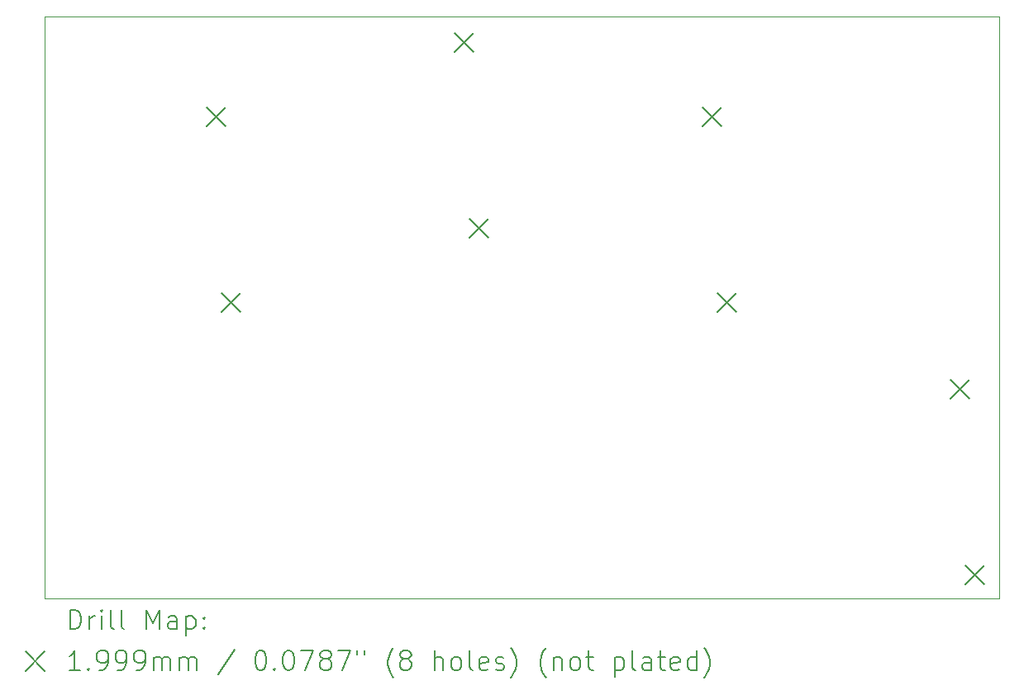
<source format=gbr>
%FSLAX45Y45*%
G04 Gerber Fmt 4.5, Leading zero omitted, Abs format (unit mm)*
G04 Created by KiCad (PCBNEW (6.0.4)) date 2022-04-03 16:10:39*
%MOMM*%
%LPD*%
G01*
G04 APERTURE LIST*
%TA.AperFunction,Profile*%
%ADD10C,0.025400*%
%TD*%
%ADD11C,0.200000*%
%ADD12C,0.199898*%
G04 APERTURE END LIST*
D10*
X2540000Y-2540000D02*
X12319000Y-2540000D01*
X12319000Y-2540000D02*
X12319000Y-8509000D01*
X12319000Y-8509000D02*
X2540000Y-8509000D01*
X2540000Y-8509000D02*
X2540000Y-2540000D01*
D11*
D12*
X4193413Y-3466211D02*
X4393311Y-3666109D01*
X4393311Y-3466211D02*
X4193413Y-3666109D01*
X4345051Y-5370449D02*
X4544949Y-5570347D01*
X4544949Y-5370449D02*
X4345051Y-5570347D01*
X6733413Y-2704211D02*
X6933311Y-2904109D01*
X6933311Y-2704211D02*
X6733413Y-2904109D01*
X6885051Y-4608449D02*
X7084949Y-4808347D01*
X7084949Y-4608449D02*
X6885051Y-4808347D01*
X9273413Y-3466211D02*
X9473311Y-3666109D01*
X9473311Y-3466211D02*
X9273413Y-3666109D01*
X9425051Y-5370449D02*
X9624949Y-5570347D01*
X9624949Y-5370449D02*
X9425051Y-5570347D01*
X11813413Y-6260211D02*
X12013311Y-6460109D01*
X12013311Y-6260211D02*
X11813413Y-6460109D01*
X11965051Y-8164449D02*
X12164949Y-8364347D01*
X12164949Y-8164449D02*
X11965051Y-8364347D01*
D11*
X2796349Y-8820746D02*
X2796349Y-8620746D01*
X2843968Y-8620746D01*
X2872539Y-8630270D01*
X2891587Y-8649318D01*
X2901111Y-8668365D01*
X2910635Y-8706460D01*
X2910635Y-8735032D01*
X2901111Y-8773127D01*
X2891587Y-8792175D01*
X2872539Y-8811222D01*
X2843968Y-8820746D01*
X2796349Y-8820746D01*
X2996349Y-8820746D02*
X2996349Y-8687413D01*
X2996349Y-8725508D02*
X3005873Y-8706460D01*
X3015397Y-8696937D01*
X3034444Y-8687413D01*
X3053492Y-8687413D01*
X3120158Y-8820746D02*
X3120158Y-8687413D01*
X3120158Y-8620746D02*
X3110635Y-8630270D01*
X3120158Y-8639794D01*
X3129682Y-8630270D01*
X3120158Y-8620746D01*
X3120158Y-8639794D01*
X3243968Y-8820746D02*
X3224920Y-8811222D01*
X3215397Y-8792175D01*
X3215397Y-8620746D01*
X3348730Y-8820746D02*
X3329682Y-8811222D01*
X3320158Y-8792175D01*
X3320158Y-8620746D01*
X3577301Y-8820746D02*
X3577301Y-8620746D01*
X3643968Y-8763603D01*
X3710635Y-8620746D01*
X3710635Y-8820746D01*
X3891587Y-8820746D02*
X3891587Y-8715984D01*
X3882063Y-8696937D01*
X3863016Y-8687413D01*
X3824920Y-8687413D01*
X3805873Y-8696937D01*
X3891587Y-8811222D02*
X3872539Y-8820746D01*
X3824920Y-8820746D01*
X3805873Y-8811222D01*
X3796349Y-8792175D01*
X3796349Y-8773127D01*
X3805873Y-8754080D01*
X3824920Y-8744556D01*
X3872539Y-8744556D01*
X3891587Y-8735032D01*
X3986825Y-8687413D02*
X3986825Y-8887413D01*
X3986825Y-8696937D02*
X4005873Y-8687413D01*
X4043968Y-8687413D01*
X4063016Y-8696937D01*
X4072539Y-8706460D01*
X4082063Y-8725508D01*
X4082063Y-8782651D01*
X4072539Y-8801699D01*
X4063016Y-8811222D01*
X4043968Y-8820746D01*
X4005873Y-8820746D01*
X3986825Y-8811222D01*
X4167778Y-8801699D02*
X4177301Y-8811222D01*
X4167778Y-8820746D01*
X4158254Y-8811222D01*
X4167778Y-8801699D01*
X4167778Y-8820746D01*
X4167778Y-8696937D02*
X4177301Y-8706460D01*
X4167778Y-8715984D01*
X4158254Y-8706460D01*
X4167778Y-8696937D01*
X4167778Y-8715984D01*
D12*
X2338832Y-9050321D02*
X2538730Y-9250219D01*
X2538730Y-9050321D02*
X2338832Y-9250219D01*
D11*
X2901111Y-9240746D02*
X2786825Y-9240746D01*
X2843968Y-9240746D02*
X2843968Y-9040746D01*
X2824920Y-9069318D01*
X2805873Y-9088365D01*
X2786825Y-9097889D01*
X2986825Y-9221699D02*
X2996349Y-9231222D01*
X2986825Y-9240746D01*
X2977301Y-9231222D01*
X2986825Y-9221699D01*
X2986825Y-9240746D01*
X3091587Y-9240746D02*
X3129682Y-9240746D01*
X3148730Y-9231222D01*
X3158254Y-9221699D01*
X3177301Y-9193127D01*
X3186825Y-9155032D01*
X3186825Y-9078841D01*
X3177301Y-9059794D01*
X3167778Y-9050270D01*
X3148730Y-9040746D01*
X3110635Y-9040746D01*
X3091587Y-9050270D01*
X3082063Y-9059794D01*
X3072539Y-9078841D01*
X3072539Y-9126460D01*
X3082063Y-9145508D01*
X3091587Y-9155032D01*
X3110635Y-9164556D01*
X3148730Y-9164556D01*
X3167778Y-9155032D01*
X3177301Y-9145508D01*
X3186825Y-9126460D01*
X3282063Y-9240746D02*
X3320158Y-9240746D01*
X3339206Y-9231222D01*
X3348730Y-9221699D01*
X3367778Y-9193127D01*
X3377301Y-9155032D01*
X3377301Y-9078841D01*
X3367778Y-9059794D01*
X3358254Y-9050270D01*
X3339206Y-9040746D01*
X3301111Y-9040746D01*
X3282063Y-9050270D01*
X3272539Y-9059794D01*
X3263016Y-9078841D01*
X3263016Y-9126460D01*
X3272539Y-9145508D01*
X3282063Y-9155032D01*
X3301111Y-9164556D01*
X3339206Y-9164556D01*
X3358254Y-9155032D01*
X3367778Y-9145508D01*
X3377301Y-9126460D01*
X3472539Y-9240746D02*
X3510635Y-9240746D01*
X3529682Y-9231222D01*
X3539206Y-9221699D01*
X3558254Y-9193127D01*
X3567778Y-9155032D01*
X3567778Y-9078841D01*
X3558254Y-9059794D01*
X3548730Y-9050270D01*
X3529682Y-9040746D01*
X3491587Y-9040746D01*
X3472539Y-9050270D01*
X3463016Y-9059794D01*
X3453492Y-9078841D01*
X3453492Y-9126460D01*
X3463016Y-9145508D01*
X3472539Y-9155032D01*
X3491587Y-9164556D01*
X3529682Y-9164556D01*
X3548730Y-9155032D01*
X3558254Y-9145508D01*
X3567778Y-9126460D01*
X3653492Y-9240746D02*
X3653492Y-9107413D01*
X3653492Y-9126460D02*
X3663016Y-9116937D01*
X3682063Y-9107413D01*
X3710635Y-9107413D01*
X3729682Y-9116937D01*
X3739206Y-9135984D01*
X3739206Y-9240746D01*
X3739206Y-9135984D02*
X3748730Y-9116937D01*
X3767778Y-9107413D01*
X3796349Y-9107413D01*
X3815397Y-9116937D01*
X3824920Y-9135984D01*
X3824920Y-9240746D01*
X3920158Y-9240746D02*
X3920158Y-9107413D01*
X3920158Y-9126460D02*
X3929682Y-9116937D01*
X3948730Y-9107413D01*
X3977301Y-9107413D01*
X3996349Y-9116937D01*
X4005873Y-9135984D01*
X4005873Y-9240746D01*
X4005873Y-9135984D02*
X4015397Y-9116937D01*
X4034444Y-9107413D01*
X4063016Y-9107413D01*
X4082063Y-9116937D01*
X4091587Y-9135984D01*
X4091587Y-9240746D01*
X4482063Y-9031222D02*
X4310635Y-9288365D01*
X4739206Y-9040746D02*
X4758254Y-9040746D01*
X4777301Y-9050270D01*
X4786825Y-9059794D01*
X4796349Y-9078841D01*
X4805873Y-9116937D01*
X4805873Y-9164556D01*
X4796349Y-9202651D01*
X4786825Y-9221699D01*
X4777301Y-9231222D01*
X4758254Y-9240746D01*
X4739206Y-9240746D01*
X4720159Y-9231222D01*
X4710635Y-9221699D01*
X4701111Y-9202651D01*
X4691587Y-9164556D01*
X4691587Y-9116937D01*
X4701111Y-9078841D01*
X4710635Y-9059794D01*
X4720159Y-9050270D01*
X4739206Y-9040746D01*
X4891587Y-9221699D02*
X4901111Y-9231222D01*
X4891587Y-9240746D01*
X4882063Y-9231222D01*
X4891587Y-9221699D01*
X4891587Y-9240746D01*
X5024920Y-9040746D02*
X5043968Y-9040746D01*
X5063016Y-9050270D01*
X5072540Y-9059794D01*
X5082063Y-9078841D01*
X5091587Y-9116937D01*
X5091587Y-9164556D01*
X5082063Y-9202651D01*
X5072540Y-9221699D01*
X5063016Y-9231222D01*
X5043968Y-9240746D01*
X5024920Y-9240746D01*
X5005873Y-9231222D01*
X4996349Y-9221699D01*
X4986825Y-9202651D01*
X4977301Y-9164556D01*
X4977301Y-9116937D01*
X4986825Y-9078841D01*
X4996349Y-9059794D01*
X5005873Y-9050270D01*
X5024920Y-9040746D01*
X5158254Y-9040746D02*
X5291587Y-9040746D01*
X5205873Y-9240746D01*
X5396349Y-9126460D02*
X5377301Y-9116937D01*
X5367778Y-9107413D01*
X5358254Y-9088365D01*
X5358254Y-9078841D01*
X5367778Y-9059794D01*
X5377301Y-9050270D01*
X5396349Y-9040746D01*
X5434444Y-9040746D01*
X5453492Y-9050270D01*
X5463016Y-9059794D01*
X5472540Y-9078841D01*
X5472540Y-9088365D01*
X5463016Y-9107413D01*
X5453492Y-9116937D01*
X5434444Y-9126460D01*
X5396349Y-9126460D01*
X5377301Y-9135984D01*
X5367778Y-9145508D01*
X5358254Y-9164556D01*
X5358254Y-9202651D01*
X5367778Y-9221699D01*
X5377301Y-9231222D01*
X5396349Y-9240746D01*
X5434444Y-9240746D01*
X5453492Y-9231222D01*
X5463016Y-9221699D01*
X5472540Y-9202651D01*
X5472540Y-9164556D01*
X5463016Y-9145508D01*
X5453492Y-9135984D01*
X5434444Y-9126460D01*
X5539206Y-9040746D02*
X5672539Y-9040746D01*
X5586825Y-9240746D01*
X5739206Y-9040746D02*
X5739206Y-9078841D01*
X5815397Y-9040746D02*
X5815397Y-9078841D01*
X6110635Y-9316937D02*
X6101111Y-9307413D01*
X6082063Y-9278841D01*
X6072539Y-9259794D01*
X6063016Y-9231222D01*
X6053492Y-9183603D01*
X6053492Y-9145508D01*
X6063016Y-9097889D01*
X6072539Y-9069318D01*
X6082063Y-9050270D01*
X6101111Y-9021699D01*
X6110635Y-9012175D01*
X6215397Y-9126460D02*
X6196349Y-9116937D01*
X6186825Y-9107413D01*
X6177301Y-9088365D01*
X6177301Y-9078841D01*
X6186825Y-9059794D01*
X6196349Y-9050270D01*
X6215397Y-9040746D01*
X6253492Y-9040746D01*
X6272539Y-9050270D01*
X6282063Y-9059794D01*
X6291587Y-9078841D01*
X6291587Y-9088365D01*
X6282063Y-9107413D01*
X6272539Y-9116937D01*
X6253492Y-9126460D01*
X6215397Y-9126460D01*
X6196349Y-9135984D01*
X6186825Y-9145508D01*
X6177301Y-9164556D01*
X6177301Y-9202651D01*
X6186825Y-9221699D01*
X6196349Y-9231222D01*
X6215397Y-9240746D01*
X6253492Y-9240746D01*
X6272539Y-9231222D01*
X6282063Y-9221699D01*
X6291587Y-9202651D01*
X6291587Y-9164556D01*
X6282063Y-9145508D01*
X6272539Y-9135984D01*
X6253492Y-9126460D01*
X6529682Y-9240746D02*
X6529682Y-9040746D01*
X6615397Y-9240746D02*
X6615397Y-9135984D01*
X6605873Y-9116937D01*
X6586825Y-9107413D01*
X6558254Y-9107413D01*
X6539206Y-9116937D01*
X6529682Y-9126460D01*
X6739206Y-9240746D02*
X6720158Y-9231222D01*
X6710635Y-9221699D01*
X6701111Y-9202651D01*
X6701111Y-9145508D01*
X6710635Y-9126460D01*
X6720158Y-9116937D01*
X6739206Y-9107413D01*
X6767778Y-9107413D01*
X6786825Y-9116937D01*
X6796349Y-9126460D01*
X6805873Y-9145508D01*
X6805873Y-9202651D01*
X6796349Y-9221699D01*
X6786825Y-9231222D01*
X6767778Y-9240746D01*
X6739206Y-9240746D01*
X6920158Y-9240746D02*
X6901111Y-9231222D01*
X6891587Y-9212175D01*
X6891587Y-9040746D01*
X7072539Y-9231222D02*
X7053492Y-9240746D01*
X7015397Y-9240746D01*
X6996349Y-9231222D01*
X6986825Y-9212175D01*
X6986825Y-9135984D01*
X6996349Y-9116937D01*
X7015397Y-9107413D01*
X7053492Y-9107413D01*
X7072539Y-9116937D01*
X7082063Y-9135984D01*
X7082063Y-9155032D01*
X6986825Y-9174080D01*
X7158254Y-9231222D02*
X7177301Y-9240746D01*
X7215397Y-9240746D01*
X7234444Y-9231222D01*
X7243968Y-9212175D01*
X7243968Y-9202651D01*
X7234444Y-9183603D01*
X7215397Y-9174080D01*
X7186825Y-9174080D01*
X7167778Y-9164556D01*
X7158254Y-9145508D01*
X7158254Y-9135984D01*
X7167778Y-9116937D01*
X7186825Y-9107413D01*
X7215397Y-9107413D01*
X7234444Y-9116937D01*
X7310635Y-9316937D02*
X7320158Y-9307413D01*
X7339206Y-9278841D01*
X7348730Y-9259794D01*
X7358254Y-9231222D01*
X7367778Y-9183603D01*
X7367778Y-9145508D01*
X7358254Y-9097889D01*
X7348730Y-9069318D01*
X7339206Y-9050270D01*
X7320158Y-9021699D01*
X7310635Y-9012175D01*
X7672539Y-9316937D02*
X7663016Y-9307413D01*
X7643968Y-9278841D01*
X7634444Y-9259794D01*
X7624920Y-9231222D01*
X7615397Y-9183603D01*
X7615397Y-9145508D01*
X7624920Y-9097889D01*
X7634444Y-9069318D01*
X7643968Y-9050270D01*
X7663016Y-9021699D01*
X7672539Y-9012175D01*
X7748730Y-9107413D02*
X7748730Y-9240746D01*
X7748730Y-9126460D02*
X7758254Y-9116937D01*
X7777301Y-9107413D01*
X7805873Y-9107413D01*
X7824920Y-9116937D01*
X7834444Y-9135984D01*
X7834444Y-9240746D01*
X7958254Y-9240746D02*
X7939206Y-9231222D01*
X7929682Y-9221699D01*
X7920158Y-9202651D01*
X7920158Y-9145508D01*
X7929682Y-9126460D01*
X7939206Y-9116937D01*
X7958254Y-9107413D01*
X7986825Y-9107413D01*
X8005873Y-9116937D01*
X8015397Y-9126460D01*
X8024920Y-9145508D01*
X8024920Y-9202651D01*
X8015397Y-9221699D01*
X8005873Y-9231222D01*
X7986825Y-9240746D01*
X7958254Y-9240746D01*
X8082063Y-9107413D02*
X8158254Y-9107413D01*
X8110635Y-9040746D02*
X8110635Y-9212175D01*
X8120158Y-9231222D01*
X8139206Y-9240746D01*
X8158254Y-9240746D01*
X8377301Y-9107413D02*
X8377301Y-9307413D01*
X8377301Y-9116937D02*
X8396349Y-9107413D01*
X8434444Y-9107413D01*
X8453492Y-9116937D01*
X8463016Y-9126460D01*
X8472540Y-9145508D01*
X8472540Y-9202651D01*
X8463016Y-9221699D01*
X8453492Y-9231222D01*
X8434444Y-9240746D01*
X8396349Y-9240746D01*
X8377301Y-9231222D01*
X8586825Y-9240746D02*
X8567778Y-9231222D01*
X8558254Y-9212175D01*
X8558254Y-9040746D01*
X8748730Y-9240746D02*
X8748730Y-9135984D01*
X8739206Y-9116937D01*
X8720159Y-9107413D01*
X8682063Y-9107413D01*
X8663016Y-9116937D01*
X8748730Y-9231222D02*
X8729682Y-9240746D01*
X8682063Y-9240746D01*
X8663016Y-9231222D01*
X8653492Y-9212175D01*
X8653492Y-9193127D01*
X8663016Y-9174080D01*
X8682063Y-9164556D01*
X8729682Y-9164556D01*
X8748730Y-9155032D01*
X8815397Y-9107413D02*
X8891587Y-9107413D01*
X8843968Y-9040746D02*
X8843968Y-9212175D01*
X8853492Y-9231222D01*
X8872540Y-9240746D01*
X8891587Y-9240746D01*
X9034444Y-9231222D02*
X9015397Y-9240746D01*
X8977301Y-9240746D01*
X8958254Y-9231222D01*
X8948730Y-9212175D01*
X8948730Y-9135984D01*
X8958254Y-9116937D01*
X8977301Y-9107413D01*
X9015397Y-9107413D01*
X9034444Y-9116937D01*
X9043968Y-9135984D01*
X9043968Y-9155032D01*
X8948730Y-9174080D01*
X9215397Y-9240746D02*
X9215397Y-9040746D01*
X9215397Y-9231222D02*
X9196349Y-9240746D01*
X9158254Y-9240746D01*
X9139206Y-9231222D01*
X9129682Y-9221699D01*
X9120159Y-9202651D01*
X9120159Y-9145508D01*
X9129682Y-9126460D01*
X9139206Y-9116937D01*
X9158254Y-9107413D01*
X9196349Y-9107413D01*
X9215397Y-9116937D01*
X9291587Y-9316937D02*
X9301111Y-9307413D01*
X9320159Y-9278841D01*
X9329682Y-9259794D01*
X9339206Y-9231222D01*
X9348730Y-9183603D01*
X9348730Y-9145508D01*
X9339206Y-9097889D01*
X9329682Y-9069318D01*
X9320159Y-9050270D01*
X9301111Y-9021699D01*
X9291587Y-9012175D01*
M02*

</source>
